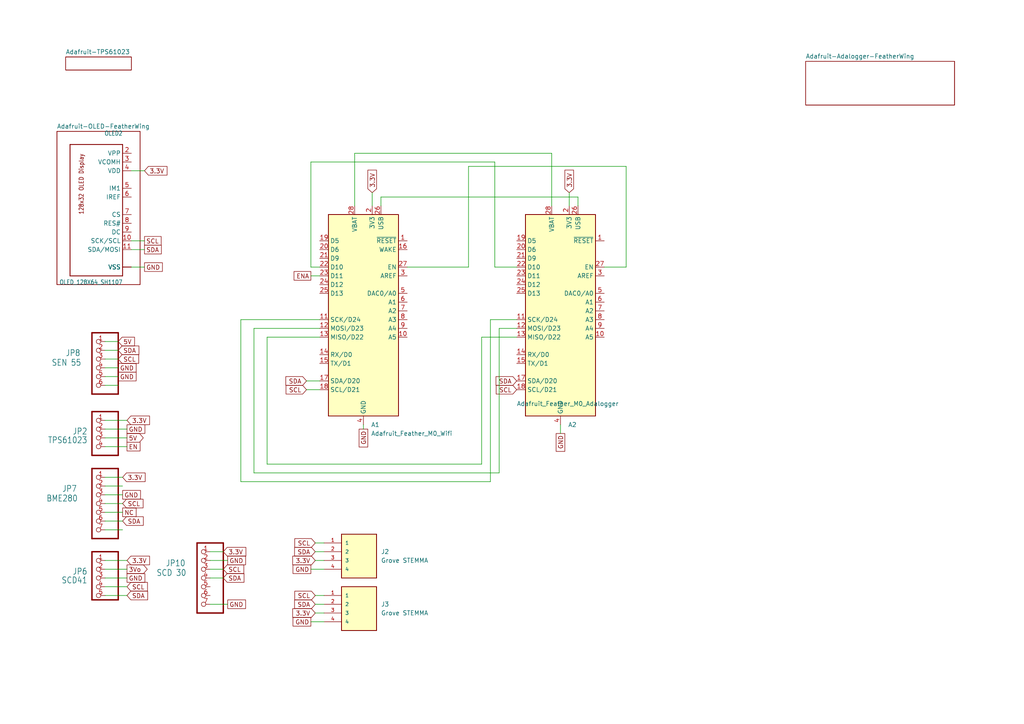
<source format=kicad_sch>
(kicad_sch (version 20231120) (generator "eeschema") (generator_version "8.0")
  (paper "A4")
  (lib_symbols
    (symbol "110990030:110990030" (pin_names (offset 1.016))
      (property "Reference" "J" (at -5.08 5.842 0))
      (property "Value" "110990030" (at -5.08 -8.382 0))
      (symbol "110990030_0_0"
        (rectangle (start -5.08 -7.62) (end 5.08 5.08) (stroke (width 0.254)) (fill (type background)))
        (pin passive line (at -10.16 2.54 0) (length 5.08) (name "1") (number "1"))
        (pin passive line (at -10.16 0 0) (length 5.08) (name "2") (number "2"))
        (pin passive line (at -10.16 -2.54 0) (length 5.08) (name "3") (number "3"))
        (pin passive line (at -10.16 -5.08 0) (length 5.08) (name "4") (number "4"))
      )
    )
    (symbol "Adafruit 128x64 OLED FeatherWing-eagle-import:OLED_128X64_SH1107"
      (property "Reference" "OLED" (at -7.62 22.86 0))
      (symbol "OLED_128X64_SH1107_1_0"
        (polyline (pts (xy -7.62 -17.78) (xy 7.62 -17.78)) (stroke (width 0.254)))
        (polyline (pts (xy -7.62 20.32) (xy -7.62 -17.78)) (stroke (width 0.254)))
        (polyline (pts (xy 7.62 -17.78) (xy 7.62 20.32)) (stroke (width 0.254)))
        (polyline (pts (xy 7.62 20.32) (xy -7.62 20.32)) (stroke (width 0.254)))
        (text "128x32 OLED Display" (at 5.08 0 900) (effects (font (size 1.27 1.0795)) (justify left bottom)))
        (pin power_in line (at -10.16 -15.24 0) (length 2.54) (name "VSS") (number "1"))
        (pin input line (at -10.16 -7.62 0) (length 2.54) (name "SCK/SCL") (number "10"))
        (pin input line (at -10.16 -10.16 0) (length 2.54) (name "SDA/MOSI") (number "11"))
        (pin power_in line (at -10.16 -15.24 0) (length 2.54) (name "VSS") (number "12"))
        (pin power_in line (at -10.16 -15.24 0) (length 2.54) (name "VSS") (number "13"))
        (pin power_in line (at -10.16 17.78 0) (length 2.54) (name "VPP") (number "2"))
        (pin power_in line (at -10.16 15.24 0) (length 2.54) (name "VCOMH") (number "3"))
        (pin power_in line (at -10.16 12.7 0) (length 2.54) (name "VDD") (number "4"))
        (pin input line (at -10.16 7.62 0) (length 2.54) (name "IM1") (number "5"))
        (pin bidirectional line (at -10.16 5.08 0) (length 2.54) (name "IREF") (number "6"))
        (pin input line (at -10.16 0 0) (length 2.54) (name "CS") (number "7"))
        (pin input line (at -10.16 -2.54 0) (length 2.54) (name "RES#") (number "8"))
        (pin input line (at -10.16 -5.08 0) (length 2.54) (name "DC") (number "9"))
      )
    )
    (symbol "Adafruit TPS61023-eagle-import:HEADER-1X4ROUND"
      (property "Reference" "JP" (at -6.35 8.255 0))
      (symbol "HEADER-1X4ROUND_1_0"
        (polyline (pts (xy -6.35 -5.08) (xy 1.27 -5.08)) (stroke (width 0.4064)))
        (polyline (pts (xy -6.35 7.62) (xy -6.35 -5.08)) (stroke (width 0.4064)))
        (polyline (pts (xy 1.27 -5.08) (xy 1.27 7.62)) (stroke (width 0.4064)))
        (polyline (pts (xy 1.27 7.62) (xy -6.35 7.62)) (stroke (width 0.4064)))
        (pin passive inverted (at -2.54 5.08 0) (length 2.54) (name "1") (number "1"))
        (pin passive inverted (at -2.54 2.54 0) (length 2.54) (name "2") (number "2"))
        (pin passive inverted (at -2.54 0 0) (length 2.54) (name "3") (number "3"))
        (pin passive inverted (at -2.54 -2.54 0) (length 2.54) (name "4") (number "4"))
      )
    )
    (symbol "HEADER-1X4ROUND_1"
      (property "Reference" "JP7" (at 5.588 1.778 0))
      (property "Value" "BME280" (at 5.334 -1.016 0))
      (symbol "HEADER-1X4ROUND_1_1_0"
        (polyline (pts (xy -6.35 -12.7) (xy 1.27 -12.7)) (stroke (width 0.4064)))
        (polyline (pts (xy -6.35 7.62) (xy -6.35 -12.7)) (stroke (width 0.4064)))
        (polyline (pts (xy 1.27 -12.7) (xy 1.27 7.62)) (stroke (width 0.4064)))
        (polyline (pts (xy 1.27 7.62) (xy -6.35 7.62)) (stroke (width 0.4064)))
        (pin passive inverted (at -2.54 5.08 0) (length 2.54) (name "1") (number "1"))
        (pin passive inverted (at -2.54 2.54 0) (length 2.54) (name "2") (number "2"))
        (pin passive inverted (at -2.54 0 0) (length 2.54) (name "3") (number "3"))
        (pin passive inverted (at -2.54 -2.54 0) (length 2.54) (name "4") (number "4"))
        (pin passive inverted (at -2.54 -5.08 0) (length 2.54) (name "5") (number "5"))
        (pin passive inverted (at -2.54 -7.62 0) (length 2.54) (name "6") (number "6"))
        (pin passive inverted (at -2.54 -10.16 0) (length 2.54) (name "7") (number "7"))
      )
    )
    (symbol "HEADER-1X4ROUND_2"
      (property "Reference" "JP8" (at 5.588 1.778 0))
      (property "Value" "SEN 55" (at 5.334 -1.016 0))
      (symbol "HEADER-1X4ROUND_2_1_0"
        (polyline (pts (xy -6.35 -10.16) (xy 1.27 -10.16)) (stroke (width 0.4064)))
        (polyline (pts (xy -6.35 7.62) (xy -6.35 -10.16)) (stroke (width 0.4064)))
        (polyline (pts (xy 1.27 -10.16) (xy 1.27 7.62)) (stroke (width 0.4064)))
        (polyline (pts (xy 1.27 7.62) (xy -6.35 7.62)) (stroke (width 0.4064)))
        (pin passive inverted (at -2.54 5.08 0) (length 2.54) (name "1") (number "1"))
        (pin passive inverted (at -2.54 2.54 0) (length 2.54) (name "2") (number "2"))
        (pin passive inverted (at -2.54 0 0) (length 2.54) (name "3") (number "3"))
        (pin passive inverted (at -2.54 -2.54 0) (length 2.54) (name "4") (number "4"))
        (pin passive inverted (at -2.54 -5.08 0) (length 2.54) (name "5") (number "5"))
        (pin passive inverted (at -2.54 -7.62 0) (length 2.54) (name "6") (number "6"))
      )
    )
    (symbol "HEADER-1X4ROUND_3"
      (property "Reference" "JP10" (at 4.572 1.778 0))
      (property "Value" "SCD 30" (at 4.318 -1.016 0))
      (symbol "HEADER-1X4ROUND_3_1_0"
        (polyline (pts (xy -6.35 -12.7) (xy 1.27 -12.7)) (stroke (width 0.4064)))
        (polyline (pts (xy -6.35 7.62) (xy -6.35 -12.7)) (stroke (width 0.4064)))
        (polyline (pts (xy 1.27 -12.7) (xy 1.27 7.62)) (stroke (width 0.4064)))
        (polyline (pts (xy 1.27 7.62) (xy -6.35 7.62)) (stroke (width 0.4064)))
        (pin passive inverted (at -2.54 5.08 0) (length 2.54) (name "1") (number "1"))
        (pin passive inverted (at -2.54 2.54 0) (length 2.54) (name "2") (number "2"))
        (pin passive inverted (at -2.54 0 0) (length 2.54) (name "3") (number "3"))
        (pin passive inverted (at -2.54 -2.54 0) (length 2.54) (name "4") (number "4"))
        (pin passive inverted (at -2.54 -5.08 0) (length 2.54) (name "5") (number "5"))
        (pin passive inverted (at -2.54 -7.62 0) (length 2.54) (name "6") (number "6"))
        (pin passive inverted (at -2.54 -10.16 0) (length 2.54) (name "7") (number "7"))
      )
    )
    (symbol "HEADER-1X4ROUND_4"
      (property "Reference" "JP6" (at 2.54 1.905 0))
      (property "Value" "SCD41" (at 2.54 -0.635 0))
      (symbol "HEADER-1X4ROUND_4_1_0"
        (polyline (pts (xy -6.35 -6.35) (xy 1.27 -6.35)) (stroke (width 0.4064)))
        (polyline (pts (xy -6.35 7.62) (xy -6.35 -6.35)) (stroke (width 0.4064)))
        (polyline (pts (xy 1.27 -6.35) (xy 1.27 7.62)) (stroke (width 0.4064)))
        (polyline (pts (xy 1.27 7.62) (xy -6.35 7.62)) (stroke (width 0.4064)))
        (pin passive inverted (at -2.54 5.08 0) (length 2.54) (name "1") (number "1"))
        (pin passive inverted (at -2.54 2.54 0) (length 2.54) (name "2") (number "2"))
        (pin passive inverted (at -2.54 0 0) (length 2.54) (name "3") (number "3"))
        (pin passive inverted (at -2.54 -2.54 0) (length 2.54) (name "4") (number "4"))
        (pin passive inverted (at -2.54 -5.08 0) (length 2.54) (name "5") (number "5"))
      )
    )
    (symbol "MCU_Module:Adafruit_Feather_M0_Adalogger"
      (property "Reference" "A" (at -10.16 29.21 0))
      (property "Value" "Adafruit_Feather_M0_Adalogger" (at 2.54 -31.75 0))
      (symbol "Adafruit_Feather_M0_Adalogger_0_1"
        (rectangle (start -10.16 27.94) (end 10.16 -30.48) (stroke (width 0.254)) (fill (type background)))
      )
      (symbol "Adafruit_Feather_M0_Adalogger_1_1"
        (pin input line (at 12.7 20.32 180) (length 2.54) (name "~{RESET}") (number "1"))
        (pin bidirectional line (at 12.7 -7.62 180) (length 2.54) (name "A5") (number "10"))
        (pin bidirectional line (at -12.7 -2.54 0) (length 2.54) (name "SCK/D24") (number "11"))
        (pin bidirectional line (at -12.7 -5.08 0) (length 2.54) (name "MOSI/D23") (number "12"))
        (pin bidirectional line (at -12.7 -7.62 0) (length 2.54) (name "MISO/D22") (number "13"))
        (pin bidirectional line (at -12.7 -12.7 0) (length 2.54) (name "RX/D0") (number "14"))
        (pin bidirectional line (at -12.7 -15.24 0) (length 2.54) (name "TX/D1") (number "15"))
        (pin passive line (at 0 -33.02 90) (length 2.54) hide (name "GND") (number "16"))
        (pin bidirectional line (at -12.7 -20.32 0) (length 2.54) (name "SDA/D20") (number "17"))
        (pin bidirectional line (at -12.7 -22.86 0) (length 2.54) (name "SCL/D21") (number "18"))
        (pin bidirectional line (at -12.7 20.32 0) (length 2.54) (name "D5") (number "19"))
        (pin power_in line (at 2.54 30.48 270) (length 2.54) (name "3V3") (number "2"))
        (pin bidirectional line (at -12.7 17.78 0) (length 2.54) (name "D6") (number "20"))
        (pin bidirectional line (at -12.7 15.24 0) (length 2.54) (name "D9") (number "21"))
        (pin bidirectional line (at -12.7 12.7 0) (length 2.54) (name "D10") (number "22"))
        (pin bidirectional line (at -12.7 10.16 0) (length 2.54) (name "D11") (number "23"))
        (pin bidirectional line (at -12.7 7.62 0) (length 2.54) (name "D12") (number "24"))
        (pin bidirectional line (at -12.7 5.08 0) (length 2.54) (name "D13") (number "25"))
        (pin power_in line (at 5.08 30.48 270) (length 2.54) (name "USB") (number "26"))
        (pin input line (at 12.7 12.7 180) (length 2.54) (name "EN") (number "27"))
        (pin power_in line (at -2.54 30.48 270) (length 2.54) (name "VBAT") (number "28"))
        (pin input line (at 12.7 10.16 180) (length 2.54) (name "AREF") (number "3"))
        (pin power_in line (at 0 -33.02 90) (length 2.54) (name "GND") (number "4"))
        (pin bidirectional line (at 12.7 5.08 180) (length 2.54) (name "DAC0/A0") (number "5"))
        (pin bidirectional line (at 12.7 2.54 180) (length 2.54) (name "A1") (number "6"))
        (pin bidirectional line (at 12.7 0 180) (length 2.54) (name "A2") (number "7"))
        (pin bidirectional line (at 12.7 -2.54 180) (length 2.54) (name "A3") (number "8"))
        (pin bidirectional line (at 12.7 -5.08 180) (length 2.54) (name "A4") (number "9"))
      )
    )
    (symbol "MCU_Module:Adafruit_Feather_M0_Wifi"
      (property "Reference" "A" (at -10.16 29.21 0))
      (property "Value" "Adafruit_Feather_M0_Wifi" (at 2.54 -31.75 0))
      (symbol "Adafruit_Feather_M0_Wifi_0_1"
        (rectangle (start -10.16 27.94) (end 10.16 -30.48) (stroke (width 0.254)) (fill (type background)))
      )
      (symbol "Adafruit_Feather_M0_Wifi_1_1"
        (pin input line (at 12.7 20.32 180) (length 2.54) (name "~{RESET}") (number "1"))
        (pin bidirectional line (at 12.7 -7.62 180) (length 2.54) (name "A5") (number "10"))
        (pin bidirectional line (at -12.7 -2.54 0) (length 2.54) (name "SCK/D24") (number "11"))
        (pin bidirectional line (at -12.7 -5.08 0) (length 2.54) (name "MOSI/D23") (number "12"))
        (pin bidirectional line (at -12.7 -7.62 0) (length 2.54) (name "MISO/D22") (number "13"))
        (pin bidirectional line (at -12.7 -12.7 0) (length 2.54) (name "RX/D0") (number "14"))
        (pin bidirectional line (at -12.7 -15.24 0) (length 2.54) (name "TX/D1") (number "15"))
        (pin input line (at 12.7 17.78 180) (length 2.54) (name "WAKE") (number "16"))
        (pin bidirectional line (at -12.7 -20.32 0) (length 2.54) (name "SDA/D20") (number "17"))
        (pin bidirectional line (at -12.7 -22.86 0) (length 2.54) (name "SCL/D21") (number "18"))
        (pin bidirectional line (at -12.7 20.32 0) (length 2.54) (name "D5") (number "19"))
        (pin power_in line (at 2.54 30.48 270) (length 2.54) (name "3V3") (number "2"))
        (pin bidirectional line (at -12.7 17.78 0) (length 2.54) (name "D6") (number "20"))
        (pin bidirectional line (at -12.7 15.24 0) (length 2.54) (name "D9") (number "21"))
        (pin bidirectional line (at -12.7 12.7 0) (length 2.54) (name "D10") (number "22"))
        (pin bidirectional line (at -12.7 10.16 0) (length 2.54) (name "D11") (number "23"))
        (pin bidirectional line (at -12.7 7.62 0) (length 2.54) (name "D12") (number "24"))
        (pin bidirectional line (at -12.7 5.08 0) (length 2.54) (name "D13") (number "25"))
        (pin power_in line (at 5.08 30.48 270) (length 2.54) (name "USB") (number "26"))
        (pin input line (at 12.7 12.7 180) (length 2.54) (name "EN") (number "27"))
        (pin power_in line (at -2.54 30.48 270) (length 2.54) (name "VBAT") (number "28"))
        (pin input line (at 12.7 10.16 180) (length 2.54) (name "AREF") (number "3"))
        (pin power_in line (at 0 -33.02 90) (length 2.54) (name "GND") (number "4"))
        (pin bidirectional line (at 12.7 5.08 180) (length 2.54) (name "DAC0/A0") (number "5"))
        (pin bidirectional line (at 12.7 2.54 180) (length 2.54) (name "A1") (number "6"))
        (pin bidirectional line (at 12.7 0 180) (length 2.54) (name "A2") (number "7"))
        (pin bidirectional line (at 12.7 -2.54 180) (length 2.54) (name "A3") (number "8"))
        (pin bidirectional line (at 12.7 -5.08 180) (length 2.54) (name "A4") (number "9"))
      )
    )
  )
  (wire (pts (xy 139.7 134.62) (xy 139.7 97.79)))
  (wire (pts (xy 69.85 139.7) (xy 142.24 139.7)))
  (wire (pts (xy 30.48 165.1) (xy 36.83 165.1)))
  (wire (pts (xy 105.41 123.19) (xy 105.41 124.46)))
  (wire (pts (xy 91.44 157.48) (xy 93.98 157.48)))
  (wire (pts (xy 181.61 48.26) (xy 181.61 77.47)))
  (wire (pts (xy 60.96 162.56) (xy 66.04 162.56)))
  (wire (pts (xy 91.44 175.26) (xy 93.98 175.26)))
  (wire (pts (xy 107.95 55.88) (xy 107.95 59.69)))
  (wire (pts (xy 38.1 49.53) (xy 41.91 49.53)))
  (wire (pts (xy 30.48 148.59) (xy 35.56 148.59)))
  (wire (pts (xy 30.48 124.46) (xy 36.83 124.46)))
  (wire (pts (xy 30.48 151.13) (xy 35.56 151.13)))
  (wire (pts (xy 69.85 92.71) (xy 69.85 139.7)))
  (wire (pts (xy 135.89 77.47) (xy 135.89 48.26)))
  (wire (pts (xy 144.78 137.16) (xy 144.78 95.25)))
  (wire (pts (xy 90.17 165.1) (xy 93.98 165.1)))
  (wire (pts (xy 30.48 146.05) (xy 35.56 146.05)))
  (wire (pts (xy 38.1 72.39) (xy 41.91 72.39)))
  (wire (pts (xy 92.71 77.47) (xy 90.17 77.47)))
  (wire (pts (xy 160.02 59.69) (xy 160.02 44.45)))
  (wire (pts (xy 90.17 46.99) (xy 143.51 46.99)))
  (wire (pts (xy 30.48 153.67) (xy 35.56 153.67)))
  (wire (pts (xy 139.7 97.79) (xy 149.86 97.79)))
  (wire (pts (xy 30.48 170.18) (xy 36.83 170.18)))
  (wire (pts (xy 88.9 113.03) (xy 92.71 113.03)))
  (wire (pts (xy 144.78 95.25) (xy 149.86 95.25)))
  (wire (pts (xy 142.24 139.7) (xy 142.24 92.71)))
  (wire (pts (xy 88.9 110.49) (xy 92.71 110.49)))
  (wire (pts (xy 77.47 97.79) (xy 77.47 134.62)))
  (wire (pts (xy 165.1 55.88) (xy 165.1 59.69)))
  (wire (pts (xy 60.96 160.02) (xy 64.77 160.02)))
  (wire (pts (xy 91.44 177.8) (xy 93.98 177.8)))
  (wire (pts (xy 30.48 109.22) (xy 34.29 109.22)))
  (wire (pts (xy 30.48 101.6) (xy 34.29 101.6)))
  (wire (pts (xy 92.71 92.71) (xy 69.85 92.71)))
  (wire (pts (xy 91.44 172.72) (xy 93.98 172.72)))
  (wire (pts (xy 90.17 80.01) (xy 92.71 80.01)))
  (wire (pts (xy 167.64 57.15) (xy 110.49 57.15)))
  (wire (pts (xy 135.89 48.26) (xy 181.61 48.26)))
  (wire (pts (xy 143.51 77.47) (xy 149.86 77.47)))
  (wire (pts (xy 102.87 44.45) (xy 102.87 59.69)))
  (wire (pts (xy 30.48 121.92) (xy 36.83 121.92)))
  (wire (pts (xy 90.17 180.34) (xy 93.98 180.34)))
  (wire (pts (xy 73.66 95.25) (xy 73.66 137.16)))
  (wire (pts (xy 91.44 162.56) (xy 93.98 162.56)))
  (wire (pts (xy 92.71 97.79) (xy 77.47 97.79)))
  (wire (pts (xy 73.66 137.16) (xy 144.78 137.16)))
  (wire (pts (xy 167.64 59.69) (xy 167.64 57.15)))
  (wire (pts (xy 30.48 172.72) (xy 36.83 172.72)))
  (wire (pts (xy 30.48 140.97) (xy 35.56 140.97)))
  (wire (pts (xy 175.26 77.47) (xy 181.61 77.47)))
  (wire (pts (xy 30.48 111.76) (xy 34.29 111.76)))
  (wire (pts (xy 30.48 138.43) (xy 35.56 138.43)))
  (wire (pts (xy 38.1 69.85) (xy 41.91 69.85)))
  (wire (pts (xy 143.51 46.99) (xy 143.51 77.47)))
  (wire (pts (xy 118.11 77.47) (xy 135.89 77.47)))
  (wire (pts (xy 38.1 77.47) (xy 41.91 77.47)))
  (wire (pts (xy 110.49 57.15) (xy 110.49 59.69)))
  (wire (pts (xy 30.48 143.51) (xy 35.56 143.51)))
  (wire (pts (xy 30.48 104.14) (xy 34.29 104.14)))
  (wire (pts (xy 60.96 165.1) (xy 64.77 165.1)))
  (wire (pts (xy 30.48 167.64) (xy 36.83 167.64)))
  (wire (pts (xy 30.48 106.68) (xy 34.29 106.68)))
  (wire (pts (xy 77.47 134.62) (xy 139.7 134.62)))
  (wire (pts (xy 142.24 92.71) (xy 149.86 92.71)))
  (wire (pts (xy 92.71 95.25) (xy 73.66 95.25)))
  (wire (pts (xy 30.48 129.54) (xy 36.83 129.54)))
  (wire (pts (xy 90.17 77.47) (xy 90.17 46.99)))
  (wire (pts (xy 162.56 123.19) (xy 162.56 125.73)))
  (wire (pts (xy 30.48 99.06) (xy 34.29 99.06)))
  (wire (pts (xy 30.48 162.56) (xy 36.83 162.56)))
  (wire (pts (xy 60.96 167.64) (xy 64.77 167.64)))
  (wire (pts (xy 60.96 175.26) (xy 66.04 175.26)))
  (wire (pts (xy 30.48 127) (xy 36.83 127)))
  (wire (pts (xy 160.02 44.45) (xy 102.87 44.45)))
  (wire (pts (xy 91.44 160.02) (xy 93.98 160.02)))
  (global_label "SDA" (shape input) (at 91.44 160.02 180) (property "Intersheetrefs" "${INTERSHEET_REFS}" (effects (hide yes))))
  (global_label "GND" (shape passive) (at 90.17 180.34 180) (property "Intersheetrefs" "${INTERSHEET_REFS}" (effects (hide yes))))
  (global_label "GND" (shape passive) (at 41.91 77.47 0) (property "Intersheetrefs" "${INTERSHEET_REFS}" (effects (hide yes))))
  (global_label "SDA" (shape input) (at 149.86 110.49 180) (property "Intersheetrefs" "${INTERSHEET_REFS}" (effects (hide yes))))
  (global_label "3.3V" (shape input) (at 64.77 160.02 0) (property "Intersheetrefs" "${INTERSHEET_REFS}" (effects (hide yes))))
  (global_label "3.3V" (shape input) (at 91.44 162.56 180) (property "Intersheetrefs" "${INTERSHEET_REFS}" (effects (hide yes))))
  (global_label "SDA" (shape input) (at 36.83 172.72 0) (property "Intersheetrefs" "${INTERSHEET_REFS}" (effects (hide yes))))
  (global_label "SCL" (shape input) (at 88.9 113.03 180) (property "Intersheetrefs" "${INTERSHEET_REFS}" (effects (hide yes))))
  (global_label "GND" (shape passive) (at 35.56 143.51 0) (property "Intersheetrefs" "${INTERSHEET_REFS}" (effects (hide yes))))
  (global_label "SCL" (shape input) (at 64.77 165.1 0) (property "Intersheetrefs" "${INTERSHEET_REFS}" (effects (hide yes))))
  (global_label "3.3V" (shape input) (at 41.91 49.53 0) (property "Intersheetrefs" "${INTERSHEET_REFS}" (effects (hide yes))))
  (global_label "GND" (shape passive) (at 34.29 109.22 0) (property "Intersheetrefs" "${INTERSHEET_REFS}" (effects (hide yes))))
  (global_label "GND" (shape passive) (at 66.04 162.56 0) (property "Intersheetrefs" "${INTERSHEET_REFS}" (effects (hide yes))))
  (global_label "GND" (shape passive) (at 34.29 106.68 0) (property "Intersheetrefs" "${INTERSHEET_REFS}" (effects (hide yes))))
  (global_label "3.3V" (shape input) (at 165.1 55.88 90) (property "Intersheetrefs" "${INTERSHEET_REFS}" (effects (hide yes))))
  (global_label "SDA" (shape input) (at 88.9 110.49 180) (property "Intersheetrefs" "${INTERSHEET_REFS}" (effects (hide yes))))
  (global_label "EN" (shape passive) (at 36.83 129.54 0) (property "Intersheetrefs" "${INTERSHEET_REFS}" (effects (hide yes))))
  (global_label "3Vo" (shape output) (at 36.83 165.1 0) (property "Intersheetrefs" "${INTERSHEET_REFS}" (effects (hide yes))))
  (global_label "SCL" (shape input) (at 91.44 157.48 180) (property "Intersheetrefs" "${INTERSHEET_REFS}" (effects (hide yes))))
  (global_label "3.3V" (shape input) (at 36.83 121.92 0) (property "Intersheetrefs" "${INTERSHEET_REFS}" (effects (hide yes))))
  (global_label "SDA" (shape input) (at 34.29 101.6 0) (property "Intersheetrefs" "${INTERSHEET_REFS}" (effects (hide yes))))
  (global_label "SCL" (shape input) (at 149.86 113.03 180) (property "Intersheetrefs" "${INTERSHEET_REFS}" (effects (hide yes))))
  (global_label "3.3V" (shape input) (at 36.83 162.56 0) (property "Intersheetrefs" "${INTERSHEET_REFS}" (effects (hide yes))))
  (global_label "3.3V" (shape input) (at 91.44 177.8 180) (property "Intersheetrefs" "${INTERSHEET_REFS}" (effects (hide yes))))
  (global_label "GND" (shape passive) (at 162.56 125.73 270) (property "Intersheetrefs" "${INTERSHEET_REFS}" (effects (hide yes))))
  (global_label "SDA" (shape passive) (at 41.91 72.39 0) (property "Intersheetrefs" "${INTERSHEET_REFS}" (effects (hide yes))))
  (global_label "SDA" (shape input) (at 91.44 175.26 180) (property "Intersheetrefs" "${INTERSHEET_REFS}" (effects (hide yes))))
  (global_label "3.3V" (shape input) (at 35.56 138.43 0) (property "Intersheetrefs" "${INTERSHEET_REFS}" (effects (hide yes))))
  (global_label "SDA" (shape input) (at 64.77 167.64 0) (property "Intersheetrefs" "${INTERSHEET_REFS}" (effects (hide yes))))
  (global_label "ENA" (shape passive) (at 90.17 80.01 180) (property "Intersheetrefs" "${INTERSHEET_REFS}" (effects (hide yes))))
  (global_label "GND" (shape passive) (at 105.41 124.46 270) (property "Intersheetrefs" "${INTERSHEET_REFS}" (effects (hide yes))))
  (global_label "GND" (shape passive) (at 90.17 165.1 180) (property "Intersheetrefs" "${INTERSHEET_REFS}" (effects (hide yes))))
  (global_label "3.3V" (shape input) (at 107.95 55.88 90) (property "Intersheetrefs" "${INTERSHEET_REFS}" (effects (hide yes))))
  (global_label "SDA" (shape input) (at 35.56 151.13 0) (property "Intersheetrefs" "${INTERSHEET_REFS}" (effects (hide yes))))
  (global_label "5V" (shape output) (at 36.83 127 0) (property "Intersheetrefs" "${INTERSHEET_REFS}" (effects (hide yes))))
  (global_label "GND" (shape passive) (at 36.83 124.46 0) (property "Intersheetrefs" "${INTERSHEET_REFS}" (effects (hide yes))))
  (global_label "GND" (shape passive) (at 36.83 167.64 0) (property "Intersheetrefs" "${INTERSHEET_REFS}" (effects (hide yes))))
  (global_label "GND" (shape passive) (at 66.04 175.26 0) (property "Intersheetrefs" "${INTERSHEET_REFS}" (effects (hide yes))))
  (global_label "SCL" (shape input) (at 35.56 146.05 0) (property "Intersheetrefs" "${INTERSHEET_REFS}" (effects (hide yes))))
  (global_label "SCL" (shape passive) (at 41.91 69.85 0) (property "Intersheetrefs" "${INTERSHEET_REFS}" (effects (hide yes))))
  (global_label "SCL" (shape input) (at 91.44 172.72 180) (property "Intersheetrefs" "${INTERSHEET_REFS}" (effects (hide yes))))
  (global_label "SCL" (shape input) (at 34.29 104.14 0) (property "Intersheetrefs" "${INTERSHEET_REFS}" (effects (hide yes))))
  (global_label "5V" (shape input) (at 34.29 99.06 0) (property "Intersheetrefs" "${INTERSHEET_REFS}" (effects (hide yes))))
  (global_label "SCL" (shape input) (at 36.83 170.18 0) (property "Intersheetrefs" "${INTERSHEET_REFS}" (effects (hide yes))))
  (global_label "NC" (shape passive) (at 35.56 148.59 0) (property "Intersheetrefs" "${INTERSHEET_REFS}" (effects (hide yes))))
  (symbol (lib_id "MCU_Module:Adafruit_Feather_M0_Wifi") (at 105.41 90.17 0) (unit 1)
    (property "Reference" "A1" (at 107.6041 123.19 0) (effects (justify left)))
    (property "Value" "Adafruit_Feather_M0_Wifi" (at 107.6041 125.73 0) (effects (justify left)))
    (property "Footprint" "Module:Adafruit_Feather_M0_Wifi" (effects (hide yes)))
    (property "Datasheet" "https://cdn-learn.adafruit.com/downloads/pdf/adafruit-feather-m0-wifi-atwinc1500.pdf" (effects (hide yes)))
    (property "Description" "Microcontroller module with SAMD21 Cortex-M0 MCU and ATWINC1500 Wifi" (effects (hide yes)))
  )
  (symbol (lib_id "110990030:110990030") (at 104.14 175.26 0) (unit 1)
    (property "Reference" "J3" (at 110.49 175.2599 0) (effects (justify left)))
    (property "Value" "Grove STEMMA" (at 110.49 177.7999 0) (effects (justify left)))
    (property "Footprint" "Connector_PinHeader_2.00mm:PinHeader_1x04_P2.00mm_Vertical" (effects (hide yes)))
    (property "MF" "Seeed Studio" (effects (hide yes)))
    (property "MAXIMUM_PACKAGE_HEIGHT" "8.1mm" (effects (hide yes)))
    (property "Package" "None" (effects (hide yes)))
    (property "Price" "None" (effects (hide yes)))
    (property "Check_prices" "https://www.snapeda.com/parts/110990030%2010PCS/PACK/Seeed+Studio/view-part/?ref=eda" (effects (hide yes)))
    (property "STANDARD" "Manufacturer Recommendations" (effects (hide yes)))
    (property "PARTREV" "A" (effects (hide yes)))
    (property "SnapEDA_Link" "https://www.snapeda.com/parts/110990030%2010PCS/PACK/Seeed+Studio/view-part/?ref=snap" (effects (hide yes)))
    (property "MP" "110990030 10PCS/PACK" (effects (hide yes)))
    (property "Description_1" "\nGrove - Universal 4 pin connector [Seeed Studio] 110990030 10PCS/PACK Grove - Universal 4 pin connector\n" (effects (hide yes)))
    (property "Availability" "Not in stock" (effects (hide yes)))
    (property "MANUFACTURER" "Seeed Technology" (effects (hide yes)))
  )
  (symbol (lib_name "HEADER-1X4ROUND_1") (lib_id "Adafruit TPS61023-eagle-import:HEADER-1X4ROUND") (at 27.94 143.51 0) (mirror y) (unit 1)
    (property "Reference" "JP7" (at 22.352 141.732 0) (effects (font (size 1.778 1.5113)) (justify left)))
    (property "Value" "BME280" (at 22.606 144.526 0) (effects (font (size 1.778 1.5113)) (justify left)))
    (property "Footprint" "Connector_PinHeader_2.54mm:PinHeader_1x07_P2.54mm_Vertical" (effects (hide yes)))
    (property "Description" "PIN HEADER" (effects (hide yes)))
  )
  (symbol (lib_id "110990030:110990030") (at 104.14 160.02 0) (unit 1)
    (property "Reference" "J2" (at 110.49 160.0199 0) (effects (justify left)))
    (property "Value" "Grove STEMMA" (at 110.49 162.5599 0) (effects (justify left)))
    (property "Footprint" "Connector_PinHeader_2.00mm:PinHeader_1x04_P2.00mm_Vertical" (effects (hide yes)))
    (property "MF" "Seeed Studio" (effects (hide yes)))
    (property "MAXIMUM_PACKAGE_HEIGHT" "8.1mm" (effects (hide yes)))
    (property "Package" "None" (effects (hide yes)))
    (property "Price" "None" (effects (hide yes)))
    (property "Check_prices" "https://www.snapeda.com/parts/110990030%2010PCS/PACK/Seeed+Studio/view-part/?ref=eda" (effects (hide yes)))
    (property "STANDARD" "Manufacturer Recommendations" (effects (hide yes)))
    (property "PARTREV" "A" (effects (hide yes)))
    (property "SnapEDA_Link" "https://www.snapeda.com/parts/110990030%2010PCS/PACK/Seeed+Studio/view-part/?ref=snap" (effects (hide yes)))
    (property "MP" "110990030 10PCS/PACK" (effects (hide yes)))
    (property "Description_1" "\nGrove - Universal 4 pin connector [Seeed Studio] 110990030 10PCS/PACK Grove - Universal 4 pin connector\n" (effects (hide yes)))
    (property "Availability" "Not in stock" (effects (hide yes)))
    (property "MANUFACTURER" "Seeed Technology" (effects (hide yes)))
  )
  (symbol (lib_id "Adafruit TPS61023-eagle-import:HEADER-1X4ROUND") (at 27.94 127 0) (mirror y) (unit 1)
    (property "Reference" "JP2" (at 25.4 125.095 0) (effects (font (size 1.778 1.5113)) (justify left)))
    (property "Value" "TPS61023" (at 25.4 127.635 0) (effects (font (size 1.778 1.5113)) (justify left)))
    (property "Footprint" "Connector_PinHeader_2.54mm:PinHeader_1x04_P2.54mm_Vertical" (effects (hide yes)))
    (property "Description" "PIN HEADER" (effects (hide yes)))
  )
  (symbol (lib_name "HEADER-1X4ROUND_2") (lib_id "Adafruit TPS61023-eagle-import:HEADER-1X4ROUND") (at 27.94 104.14 0) (mirror y) (unit 1)
    (property "Reference" "JP8" (at 23.368 102.362 0) (effects (font (size 1.778 1.5113)) (justify left)))
    (property "Value" "SEN 55" (at 23.622 105.156 0) (effects (font (size 1.778 1.5113)) (justify left)))
    (property "Footprint" "Connector_PinHeader_2.54mm:PinHeader_1x06_P2.54mm_Vertical" (effects (hide yes)))
    (property "Description" "PIN HEADER" (effects (hide yes)))
  )
  (symbol (lib_id "MCU_Module:Adafruit_Feather_M0_Adalogger") (at 162.56 90.17 0) (unit 1)
    (property "Reference" "A2" (at 164.7541 123.19 0) (effects (justify left)))
    (property "Value" "Adafruit_Feather_M0_Adalogger" (at 149.86 117.094 0) (effects (justify left)))
    (property "Footprint" "Module:Adafruit_Feather" (effects (hide yes)))
    (property "Datasheet" "https://cdn-learn.adafruit.com/downloads/pdf/adafruit-feather-m0-adalogger.pdf" (effects (hide yes)))
    (property "Description" "Microcontroller module with SAMD21 Cortex-M0 MCU and SD card reader" (effects (hide yes)))
  )
  (symbol (lib_id "Adafruit 128x64 OLED FeatherWing-eagle-import:OLED_128X64_SH1107") (at 27.94 62.23 0) (mirror y) (unit 1)
    (property "Reference" "OLED2" (at 35.56 39.37 0) (effects (font (size 1.27 1.0795)) (justify left bottom)))
    (property "Value" "OLED_128X64_SH1107" (at 35.56 82.55 0) (effects (font (size 1.27 1.0795)) (justify left bottom)))
    (property "Footprint" "Adafruit 128x64 OLED FeatherWing:QT1107P11A" (effects (hide yes)))
  )
  (symbol (lib_name "HEADER-1X4ROUND_3") (lib_id "Adafruit TPS61023-eagle-import:HEADER-1X4ROUND") (at 58.42 165.1 0) (mirror y) (unit 1)
    (property "Reference" "JP10" (at 53.848 163.322 0) (effects (font (size 1.778 1.5113)) (justify left)))
    (property "Value" "SCD 30" (at 54.102 166.116 0) (effects (font (size 1.778 1.5113)) (justify left)))
    (property "Footprint" "Connector_PinHeader_2.54mm:PinHeader_1x07_P2.54mm_Vertical" (effects (hide yes)))
    (property "Description" "PIN HEADER" (effects (hide yes)))
  )
  (symbol (lib_name "HEADER-1X4ROUND_4") (lib_id "Adafruit TPS61023-eagle-import:HEADER-1X4ROUND") (at 27.94 167.64 0) (mirror y) (unit 1)
    (property "Reference" "JP6" (at 25.4 165.735 0) (effects (font (size 1.778 1.5113)) (justify left)))
    (property "Value" "SCD41" (at 25.4 168.275 0) (effects (font (size 1.778 1.5113)) (justify left)))
    (property "Footprint" "Connector_PinHeader_2.54mm:PinHeader_1x05_P2.54mm_Vertical" (effects (hide yes)))
    (property "Description" "PIN HEADER" (effects (hide yes)))
  )
  (sheet (at 233.68 17.78) (size 43.18 12.7) (stroke (width 0.1524))
    (property "Sheetname" "Adafruit-Adalogger-FeatherWing" (at 233.68 17.0684 0) (effects (justify left bottom)))
    (property "Sheetfile" "Adafruit-Adalogger-FeatherWing.kicad_sch" (effects (hide yes)))
  )
  (sheet (at 16.51 38.1) (size 24.13 44.45) (stroke (width 0.1524))
    (property "Sheetname" "Adafruit-OLED-FeatherWing" (at 16.51 37.3884 0) (effects (justify left bottom)))
    (property "Sheetfile" "Adafruit-OLED-FeatherWing.kicad_sch" (effects (hide yes)))
  )
  (sheet (at 19.05 16.51) (size 19.05 3.81) (stroke (width 0.1524))
    (property "Sheetname" "Adafruit-TPS61023" (at 19.05 15.7984 0) (effects (justify left bottom)))
    (property "Sheetfile" "Adafruit-TPS61023.kicad_sch" (effects (hide yes)))
  )
)
</source>
